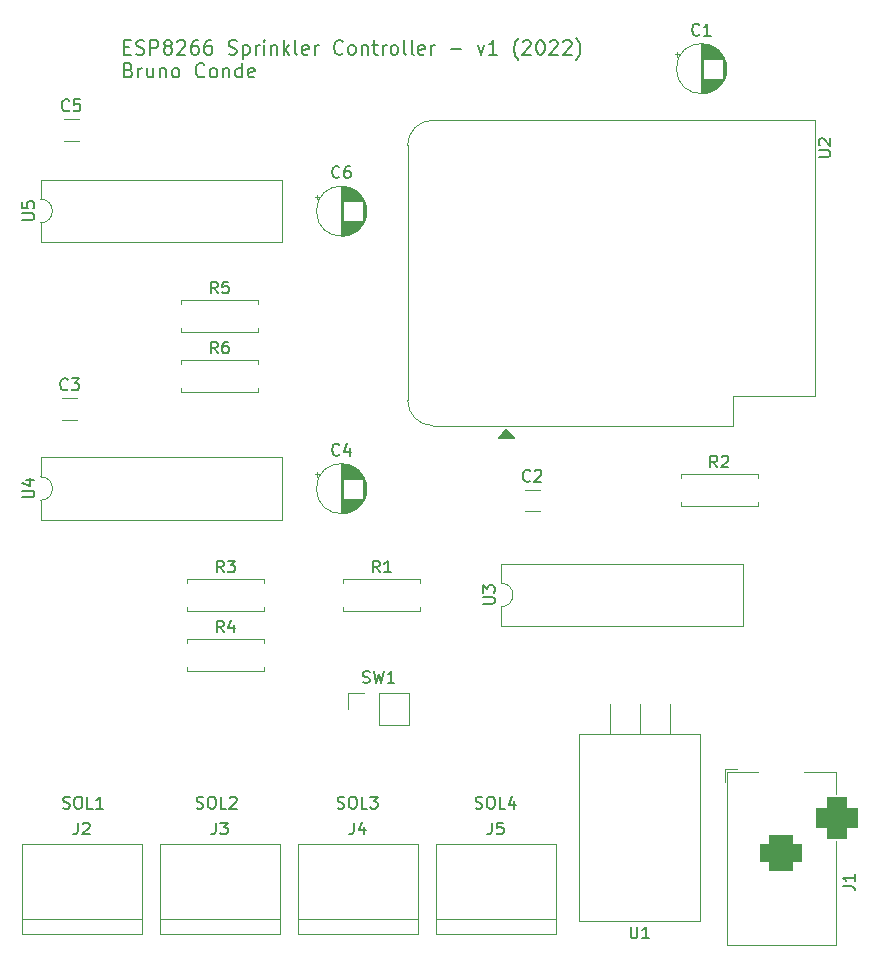
<source format=gto>
%TF.GenerationSoftware,KiCad,Pcbnew,(6.0.2-0)*%
%TF.CreationDate,2022-08-15T15:03:27+01:00*%
%TF.ProjectId,esp8266_sprinkler_controller,65737038-3236-4365-9f73-7072696e6b6c,rev?*%
%TF.SameCoordinates,Original*%
%TF.FileFunction,Legend,Top*%
%TF.FilePolarity,Positive*%
%FSLAX46Y46*%
G04 Gerber Fmt 4.6, Leading zero omitted, Abs format (unit mm)*
G04 Created by KiCad (PCBNEW (6.0.2-0)) date 2022-08-15 15:03:27*
%MOMM*%
%LPD*%
G01*
G04 APERTURE LIST*
G04 Aperture macros list*
%AMRoundRect*
0 Rectangle with rounded corners*
0 $1 Rounding radius*
0 $2 $3 $4 $5 $6 $7 $8 $9 X,Y pos of 4 corners*
0 Add a 4 corners polygon primitive as box body*
4,1,4,$2,$3,$4,$5,$6,$7,$8,$9,$2,$3,0*
0 Add four circle primitives for the rounded corners*
1,1,$1+$1,$2,$3*
1,1,$1+$1,$4,$5*
1,1,$1+$1,$6,$7*
1,1,$1+$1,$8,$9*
0 Add four rect primitives between the rounded corners*
20,1,$1+$1,$2,$3,$4,$5,0*
20,1,$1+$1,$4,$5,$6,$7,0*
20,1,$1+$1,$6,$7,$8,$9,0*
20,1,$1+$1,$8,$9,$2,$3,0*%
G04 Aperture macros list end*
%ADD10C,0.200000*%
%ADD11C,0.150000*%
%ADD12C,0.120000*%
%ADD13C,3.500000*%
%ADD14C,1.600000*%
%ADD15O,1.600000X1.600000*%
%ADD16R,1.600000X1.600000*%
%ADD17R,3.000000X3.000000*%
%ADD18C,3.000000*%
%ADD19R,1.200000X1.200000*%
%ADD20C,1.200000*%
%ADD21R,2.000000X2.000000*%
%ADD22O,1.600000X2.000000*%
%ADD23O,3.500000X3.500000*%
%ADD24R,1.905000X2.000000*%
%ADD25O,1.905000X2.000000*%
%ADD26R,3.500000X3.500000*%
%ADD27RoundRect,0.750000X1.000000X-0.750000X1.000000X0.750000X-1.000000X0.750000X-1.000000X-0.750000X0*%
%ADD28RoundRect,0.875000X0.875000X-0.875000X0.875000X0.875000X-0.875000X0.875000X-0.875000X-0.875000X0*%
%ADD29R,1.700000X1.700000*%
%ADD30O,1.700000X1.700000*%
G04 APERTURE END LIST*
D10*
X73694714Y-44541285D02*
X74094714Y-44541285D01*
X74266142Y-45169857D02*
X73694714Y-45169857D01*
X73694714Y-43969857D01*
X74266142Y-43969857D01*
X74723285Y-45112714D02*
X74894714Y-45169857D01*
X75180428Y-45169857D01*
X75294714Y-45112714D01*
X75351857Y-45055571D01*
X75409000Y-44941285D01*
X75409000Y-44827000D01*
X75351857Y-44712714D01*
X75294714Y-44655571D01*
X75180428Y-44598428D01*
X74951857Y-44541285D01*
X74837571Y-44484142D01*
X74780428Y-44427000D01*
X74723285Y-44312714D01*
X74723285Y-44198428D01*
X74780428Y-44084142D01*
X74837571Y-44027000D01*
X74951857Y-43969857D01*
X75237571Y-43969857D01*
X75409000Y-44027000D01*
X75923285Y-45169857D02*
X75923285Y-43969857D01*
X76380428Y-43969857D01*
X76494714Y-44027000D01*
X76551857Y-44084142D01*
X76609000Y-44198428D01*
X76609000Y-44369857D01*
X76551857Y-44484142D01*
X76494714Y-44541285D01*
X76380428Y-44598428D01*
X75923285Y-44598428D01*
X77294714Y-44484142D02*
X77180428Y-44427000D01*
X77123285Y-44369857D01*
X77066142Y-44255571D01*
X77066142Y-44198428D01*
X77123285Y-44084142D01*
X77180428Y-44027000D01*
X77294714Y-43969857D01*
X77523285Y-43969857D01*
X77637571Y-44027000D01*
X77694714Y-44084142D01*
X77751857Y-44198428D01*
X77751857Y-44255571D01*
X77694714Y-44369857D01*
X77637571Y-44427000D01*
X77523285Y-44484142D01*
X77294714Y-44484142D01*
X77180428Y-44541285D01*
X77123285Y-44598428D01*
X77066142Y-44712714D01*
X77066142Y-44941285D01*
X77123285Y-45055571D01*
X77180428Y-45112714D01*
X77294714Y-45169857D01*
X77523285Y-45169857D01*
X77637571Y-45112714D01*
X77694714Y-45055571D01*
X77751857Y-44941285D01*
X77751857Y-44712714D01*
X77694714Y-44598428D01*
X77637571Y-44541285D01*
X77523285Y-44484142D01*
X78209000Y-44084142D02*
X78266142Y-44027000D01*
X78380428Y-43969857D01*
X78666142Y-43969857D01*
X78780428Y-44027000D01*
X78837571Y-44084142D01*
X78894714Y-44198428D01*
X78894714Y-44312714D01*
X78837571Y-44484142D01*
X78151857Y-45169857D01*
X78894714Y-45169857D01*
X79923285Y-43969857D02*
X79694714Y-43969857D01*
X79580428Y-44027000D01*
X79523285Y-44084142D01*
X79409000Y-44255571D01*
X79351857Y-44484142D01*
X79351857Y-44941285D01*
X79409000Y-45055571D01*
X79466142Y-45112714D01*
X79580428Y-45169857D01*
X79809000Y-45169857D01*
X79923285Y-45112714D01*
X79980428Y-45055571D01*
X80037571Y-44941285D01*
X80037571Y-44655571D01*
X79980428Y-44541285D01*
X79923285Y-44484142D01*
X79809000Y-44427000D01*
X79580428Y-44427000D01*
X79466142Y-44484142D01*
X79409000Y-44541285D01*
X79351857Y-44655571D01*
X81066142Y-43969857D02*
X80837571Y-43969857D01*
X80723285Y-44027000D01*
X80666142Y-44084142D01*
X80551857Y-44255571D01*
X80494714Y-44484142D01*
X80494714Y-44941285D01*
X80551857Y-45055571D01*
X80609000Y-45112714D01*
X80723285Y-45169857D01*
X80951857Y-45169857D01*
X81066142Y-45112714D01*
X81123285Y-45055571D01*
X81180428Y-44941285D01*
X81180428Y-44655571D01*
X81123285Y-44541285D01*
X81066142Y-44484142D01*
X80951857Y-44427000D01*
X80723285Y-44427000D01*
X80609000Y-44484142D01*
X80551857Y-44541285D01*
X80494714Y-44655571D01*
X82551857Y-45112714D02*
X82723285Y-45169857D01*
X83009000Y-45169857D01*
X83123285Y-45112714D01*
X83180428Y-45055571D01*
X83237571Y-44941285D01*
X83237571Y-44827000D01*
X83180428Y-44712714D01*
X83123285Y-44655571D01*
X83009000Y-44598428D01*
X82780428Y-44541285D01*
X82666142Y-44484142D01*
X82609000Y-44427000D01*
X82551857Y-44312714D01*
X82551857Y-44198428D01*
X82609000Y-44084142D01*
X82666142Y-44027000D01*
X82780428Y-43969857D01*
X83066142Y-43969857D01*
X83237571Y-44027000D01*
X83751857Y-44369857D02*
X83751857Y-45569857D01*
X83751857Y-44427000D02*
X83866142Y-44369857D01*
X84094714Y-44369857D01*
X84209000Y-44427000D01*
X84266142Y-44484142D01*
X84323285Y-44598428D01*
X84323285Y-44941285D01*
X84266142Y-45055571D01*
X84209000Y-45112714D01*
X84094714Y-45169857D01*
X83866142Y-45169857D01*
X83751857Y-45112714D01*
X84837571Y-45169857D02*
X84837571Y-44369857D01*
X84837571Y-44598428D02*
X84894714Y-44484142D01*
X84951857Y-44427000D01*
X85066142Y-44369857D01*
X85180428Y-44369857D01*
X85580428Y-45169857D02*
X85580428Y-44369857D01*
X85580428Y-43969857D02*
X85523285Y-44027000D01*
X85580428Y-44084142D01*
X85637571Y-44027000D01*
X85580428Y-43969857D01*
X85580428Y-44084142D01*
X86151857Y-44369857D02*
X86151857Y-45169857D01*
X86151857Y-44484142D02*
X86209000Y-44427000D01*
X86323285Y-44369857D01*
X86494714Y-44369857D01*
X86609000Y-44427000D01*
X86666142Y-44541285D01*
X86666142Y-45169857D01*
X87237571Y-45169857D02*
X87237571Y-43969857D01*
X87351857Y-44712714D02*
X87694714Y-45169857D01*
X87694714Y-44369857D02*
X87237571Y-44827000D01*
X88380428Y-45169857D02*
X88266142Y-45112714D01*
X88209000Y-44998428D01*
X88209000Y-43969857D01*
X89294714Y-45112714D02*
X89180428Y-45169857D01*
X88951857Y-45169857D01*
X88837571Y-45112714D01*
X88780428Y-44998428D01*
X88780428Y-44541285D01*
X88837571Y-44427000D01*
X88951857Y-44369857D01*
X89180428Y-44369857D01*
X89294714Y-44427000D01*
X89351857Y-44541285D01*
X89351857Y-44655571D01*
X88780428Y-44769857D01*
X89866142Y-45169857D02*
X89866142Y-44369857D01*
X89866142Y-44598428D02*
X89923285Y-44484142D01*
X89980428Y-44427000D01*
X90094714Y-44369857D01*
X90209000Y-44369857D01*
X92209000Y-45055571D02*
X92151857Y-45112714D01*
X91980428Y-45169857D01*
X91866142Y-45169857D01*
X91694714Y-45112714D01*
X91580428Y-44998428D01*
X91523285Y-44884142D01*
X91466142Y-44655571D01*
X91466142Y-44484142D01*
X91523285Y-44255571D01*
X91580428Y-44141285D01*
X91694714Y-44027000D01*
X91866142Y-43969857D01*
X91980428Y-43969857D01*
X92151857Y-44027000D01*
X92209000Y-44084142D01*
X92894714Y-45169857D02*
X92780428Y-45112714D01*
X92723285Y-45055571D01*
X92666142Y-44941285D01*
X92666142Y-44598428D01*
X92723285Y-44484142D01*
X92780428Y-44427000D01*
X92894714Y-44369857D01*
X93066142Y-44369857D01*
X93180428Y-44427000D01*
X93237571Y-44484142D01*
X93294714Y-44598428D01*
X93294714Y-44941285D01*
X93237571Y-45055571D01*
X93180428Y-45112714D01*
X93066142Y-45169857D01*
X92894714Y-45169857D01*
X93809000Y-44369857D02*
X93809000Y-45169857D01*
X93809000Y-44484142D02*
X93866142Y-44427000D01*
X93980428Y-44369857D01*
X94151857Y-44369857D01*
X94266142Y-44427000D01*
X94323285Y-44541285D01*
X94323285Y-45169857D01*
X94723285Y-44369857D02*
X95180428Y-44369857D01*
X94894714Y-43969857D02*
X94894714Y-44998428D01*
X94951857Y-45112714D01*
X95066142Y-45169857D01*
X95180428Y-45169857D01*
X95580428Y-45169857D02*
X95580428Y-44369857D01*
X95580428Y-44598428D02*
X95637571Y-44484142D01*
X95694714Y-44427000D01*
X95809000Y-44369857D01*
X95923285Y-44369857D01*
X96494714Y-45169857D02*
X96380428Y-45112714D01*
X96323285Y-45055571D01*
X96266142Y-44941285D01*
X96266142Y-44598428D01*
X96323285Y-44484142D01*
X96380428Y-44427000D01*
X96494714Y-44369857D01*
X96666142Y-44369857D01*
X96780428Y-44427000D01*
X96837571Y-44484142D01*
X96894714Y-44598428D01*
X96894714Y-44941285D01*
X96837571Y-45055571D01*
X96780428Y-45112714D01*
X96666142Y-45169857D01*
X96494714Y-45169857D01*
X97580428Y-45169857D02*
X97466142Y-45112714D01*
X97409000Y-44998428D01*
X97409000Y-43969857D01*
X98209000Y-45169857D02*
X98094714Y-45112714D01*
X98037571Y-44998428D01*
X98037571Y-43969857D01*
X99123285Y-45112714D02*
X99009000Y-45169857D01*
X98780428Y-45169857D01*
X98666142Y-45112714D01*
X98609000Y-44998428D01*
X98609000Y-44541285D01*
X98666142Y-44427000D01*
X98780428Y-44369857D01*
X99009000Y-44369857D01*
X99123285Y-44427000D01*
X99180428Y-44541285D01*
X99180428Y-44655571D01*
X98609000Y-44769857D01*
X99694714Y-45169857D02*
X99694714Y-44369857D01*
X99694714Y-44598428D02*
X99751857Y-44484142D01*
X99809000Y-44427000D01*
X99923285Y-44369857D01*
X100037571Y-44369857D01*
X101351857Y-44712714D02*
X102266142Y-44712714D01*
X103637571Y-44369857D02*
X103923285Y-45169857D01*
X104209000Y-44369857D01*
X105294714Y-45169857D02*
X104609000Y-45169857D01*
X104951857Y-45169857D02*
X104951857Y-43969857D01*
X104837571Y-44141285D01*
X104723285Y-44255571D01*
X104609000Y-44312714D01*
X107066142Y-45627000D02*
X107009000Y-45569857D01*
X106894714Y-45398428D01*
X106837571Y-45284142D01*
X106780428Y-45112714D01*
X106723285Y-44827000D01*
X106723285Y-44598428D01*
X106780428Y-44312714D01*
X106837571Y-44141285D01*
X106894714Y-44027000D01*
X107009000Y-43855571D01*
X107066142Y-43798428D01*
X107466142Y-44084142D02*
X107523285Y-44027000D01*
X107637571Y-43969857D01*
X107923285Y-43969857D01*
X108037571Y-44027000D01*
X108094714Y-44084142D01*
X108151857Y-44198428D01*
X108151857Y-44312714D01*
X108094714Y-44484142D01*
X107409000Y-45169857D01*
X108151857Y-45169857D01*
X108894714Y-43969857D02*
X109009000Y-43969857D01*
X109123285Y-44027000D01*
X109180428Y-44084142D01*
X109237571Y-44198428D01*
X109294714Y-44427000D01*
X109294714Y-44712714D01*
X109237571Y-44941285D01*
X109180428Y-45055571D01*
X109123285Y-45112714D01*
X109009000Y-45169857D01*
X108894714Y-45169857D01*
X108780428Y-45112714D01*
X108723285Y-45055571D01*
X108666142Y-44941285D01*
X108609000Y-44712714D01*
X108609000Y-44427000D01*
X108666142Y-44198428D01*
X108723285Y-44084142D01*
X108780428Y-44027000D01*
X108894714Y-43969857D01*
X109751857Y-44084142D02*
X109809000Y-44027000D01*
X109923285Y-43969857D01*
X110209000Y-43969857D01*
X110323285Y-44027000D01*
X110380428Y-44084142D01*
X110437571Y-44198428D01*
X110437571Y-44312714D01*
X110380428Y-44484142D01*
X109694714Y-45169857D01*
X110437571Y-45169857D01*
X110894714Y-44084142D02*
X110951857Y-44027000D01*
X111066142Y-43969857D01*
X111351857Y-43969857D01*
X111466142Y-44027000D01*
X111523285Y-44084142D01*
X111580428Y-44198428D01*
X111580428Y-44312714D01*
X111523285Y-44484142D01*
X110837571Y-45169857D01*
X111580428Y-45169857D01*
X111980428Y-45627000D02*
X112037571Y-45569857D01*
X112151857Y-45398428D01*
X112209000Y-45284142D01*
X112266142Y-45112714D01*
X112323285Y-44827000D01*
X112323285Y-44598428D01*
X112266142Y-44312714D01*
X112209000Y-44141285D01*
X112151857Y-44027000D01*
X112037571Y-43855571D01*
X111980428Y-43798428D01*
X74094714Y-46473285D02*
X74266142Y-46530428D01*
X74323285Y-46587571D01*
X74380428Y-46701857D01*
X74380428Y-46873285D01*
X74323285Y-46987571D01*
X74266142Y-47044714D01*
X74151857Y-47101857D01*
X73694714Y-47101857D01*
X73694714Y-45901857D01*
X74094714Y-45901857D01*
X74209000Y-45959000D01*
X74266142Y-46016142D01*
X74323285Y-46130428D01*
X74323285Y-46244714D01*
X74266142Y-46359000D01*
X74209000Y-46416142D01*
X74094714Y-46473285D01*
X73694714Y-46473285D01*
X74894714Y-47101857D02*
X74894714Y-46301857D01*
X74894714Y-46530428D02*
X74951857Y-46416142D01*
X75009000Y-46359000D01*
X75123285Y-46301857D01*
X75237571Y-46301857D01*
X76151857Y-46301857D02*
X76151857Y-47101857D01*
X75637571Y-46301857D02*
X75637571Y-46930428D01*
X75694714Y-47044714D01*
X75809000Y-47101857D01*
X75980428Y-47101857D01*
X76094714Y-47044714D01*
X76151857Y-46987571D01*
X76723285Y-46301857D02*
X76723285Y-47101857D01*
X76723285Y-46416142D02*
X76780428Y-46359000D01*
X76894714Y-46301857D01*
X77066142Y-46301857D01*
X77180428Y-46359000D01*
X77237571Y-46473285D01*
X77237571Y-47101857D01*
X77980428Y-47101857D02*
X77866142Y-47044714D01*
X77809000Y-46987571D01*
X77751857Y-46873285D01*
X77751857Y-46530428D01*
X77809000Y-46416142D01*
X77866142Y-46359000D01*
X77980428Y-46301857D01*
X78151857Y-46301857D01*
X78266142Y-46359000D01*
X78323285Y-46416142D01*
X78380428Y-46530428D01*
X78380428Y-46873285D01*
X78323285Y-46987571D01*
X78266142Y-47044714D01*
X78151857Y-47101857D01*
X77980428Y-47101857D01*
X80494714Y-46987571D02*
X80437571Y-47044714D01*
X80266142Y-47101857D01*
X80151857Y-47101857D01*
X79980428Y-47044714D01*
X79866142Y-46930428D01*
X79809000Y-46816142D01*
X79751857Y-46587571D01*
X79751857Y-46416142D01*
X79809000Y-46187571D01*
X79866142Y-46073285D01*
X79980428Y-45959000D01*
X80151857Y-45901857D01*
X80266142Y-45901857D01*
X80437571Y-45959000D01*
X80494714Y-46016142D01*
X81180428Y-47101857D02*
X81066142Y-47044714D01*
X81009000Y-46987571D01*
X80951857Y-46873285D01*
X80951857Y-46530428D01*
X81009000Y-46416142D01*
X81066142Y-46359000D01*
X81180428Y-46301857D01*
X81351857Y-46301857D01*
X81466142Y-46359000D01*
X81523285Y-46416142D01*
X81580428Y-46530428D01*
X81580428Y-46873285D01*
X81523285Y-46987571D01*
X81466142Y-47044714D01*
X81351857Y-47101857D01*
X81180428Y-47101857D01*
X82094714Y-46301857D02*
X82094714Y-47101857D01*
X82094714Y-46416142D02*
X82151857Y-46359000D01*
X82266142Y-46301857D01*
X82437571Y-46301857D01*
X82551857Y-46359000D01*
X82609000Y-46473285D01*
X82609000Y-47101857D01*
X83694714Y-47101857D02*
X83694714Y-45901857D01*
X83694714Y-47044714D02*
X83580428Y-47101857D01*
X83351857Y-47101857D01*
X83237571Y-47044714D01*
X83180428Y-46987571D01*
X83123285Y-46873285D01*
X83123285Y-46530428D01*
X83180428Y-46416142D01*
X83237571Y-46359000D01*
X83351857Y-46301857D01*
X83580428Y-46301857D01*
X83694714Y-46359000D01*
X84723285Y-47044714D02*
X84609000Y-47101857D01*
X84380428Y-47101857D01*
X84266142Y-47044714D01*
X84209000Y-46930428D01*
X84209000Y-46473285D01*
X84266142Y-46359000D01*
X84380428Y-46301857D01*
X84609000Y-46301857D01*
X84723285Y-46359000D01*
X84780428Y-46473285D01*
X84780428Y-46587571D01*
X84209000Y-46701857D01*
D11*
X91781523Y-108962761D02*
X91924380Y-109010380D01*
X92162476Y-109010380D01*
X92257714Y-108962761D01*
X92305333Y-108915142D01*
X92352952Y-108819904D01*
X92352952Y-108724666D01*
X92305333Y-108629428D01*
X92257714Y-108581809D01*
X92162476Y-108534190D01*
X91972000Y-108486571D01*
X91876761Y-108438952D01*
X91829142Y-108391333D01*
X91781523Y-108296095D01*
X91781523Y-108200857D01*
X91829142Y-108105619D01*
X91876761Y-108058000D01*
X91972000Y-108010380D01*
X92210095Y-108010380D01*
X92352952Y-108058000D01*
X92972000Y-108010380D02*
X93162476Y-108010380D01*
X93257714Y-108058000D01*
X93352952Y-108153238D01*
X93400571Y-108343714D01*
X93400571Y-108677047D01*
X93352952Y-108867523D01*
X93257714Y-108962761D01*
X93162476Y-109010380D01*
X92972000Y-109010380D01*
X92876761Y-108962761D01*
X92781523Y-108867523D01*
X92733904Y-108677047D01*
X92733904Y-108343714D01*
X92781523Y-108153238D01*
X92876761Y-108058000D01*
X92972000Y-108010380D01*
X94305333Y-109010380D02*
X93829142Y-109010380D01*
X93829142Y-108010380D01*
X94543428Y-108010380D02*
X95162476Y-108010380D01*
X94829142Y-108391333D01*
X94972000Y-108391333D01*
X95067238Y-108438952D01*
X95114857Y-108486571D01*
X95162476Y-108581809D01*
X95162476Y-108819904D01*
X95114857Y-108915142D01*
X95067238Y-108962761D01*
X94972000Y-109010380D01*
X94686285Y-109010380D01*
X94591047Y-108962761D01*
X94543428Y-108915142D01*
X79843523Y-108962761D02*
X79986380Y-109010380D01*
X80224476Y-109010380D01*
X80319714Y-108962761D01*
X80367333Y-108915142D01*
X80414952Y-108819904D01*
X80414952Y-108724666D01*
X80367333Y-108629428D01*
X80319714Y-108581809D01*
X80224476Y-108534190D01*
X80034000Y-108486571D01*
X79938761Y-108438952D01*
X79891142Y-108391333D01*
X79843523Y-108296095D01*
X79843523Y-108200857D01*
X79891142Y-108105619D01*
X79938761Y-108058000D01*
X80034000Y-108010380D01*
X80272095Y-108010380D01*
X80414952Y-108058000D01*
X81034000Y-108010380D02*
X81224476Y-108010380D01*
X81319714Y-108058000D01*
X81414952Y-108153238D01*
X81462571Y-108343714D01*
X81462571Y-108677047D01*
X81414952Y-108867523D01*
X81319714Y-108962761D01*
X81224476Y-109010380D01*
X81034000Y-109010380D01*
X80938761Y-108962761D01*
X80843523Y-108867523D01*
X80795904Y-108677047D01*
X80795904Y-108343714D01*
X80843523Y-108153238D01*
X80938761Y-108058000D01*
X81034000Y-108010380D01*
X82367333Y-109010380D02*
X81891142Y-109010380D01*
X81891142Y-108010380D01*
X82653047Y-108105619D02*
X82700666Y-108058000D01*
X82795904Y-108010380D01*
X83034000Y-108010380D01*
X83129238Y-108058000D01*
X83176857Y-108105619D01*
X83224476Y-108200857D01*
X83224476Y-108296095D01*
X83176857Y-108438952D01*
X82605428Y-109010380D01*
X83224476Y-109010380D01*
X103465523Y-108962761D02*
X103608380Y-109010380D01*
X103846476Y-109010380D01*
X103941714Y-108962761D01*
X103989333Y-108915142D01*
X104036952Y-108819904D01*
X104036952Y-108724666D01*
X103989333Y-108629428D01*
X103941714Y-108581809D01*
X103846476Y-108534190D01*
X103656000Y-108486571D01*
X103560761Y-108438952D01*
X103513142Y-108391333D01*
X103465523Y-108296095D01*
X103465523Y-108200857D01*
X103513142Y-108105619D01*
X103560761Y-108058000D01*
X103656000Y-108010380D01*
X103894095Y-108010380D01*
X104036952Y-108058000D01*
X104656000Y-108010380D02*
X104846476Y-108010380D01*
X104941714Y-108058000D01*
X105036952Y-108153238D01*
X105084571Y-108343714D01*
X105084571Y-108677047D01*
X105036952Y-108867523D01*
X104941714Y-108962761D01*
X104846476Y-109010380D01*
X104656000Y-109010380D01*
X104560761Y-108962761D01*
X104465523Y-108867523D01*
X104417904Y-108677047D01*
X104417904Y-108343714D01*
X104465523Y-108153238D01*
X104560761Y-108058000D01*
X104656000Y-108010380D01*
X105989333Y-109010380D02*
X105513142Y-109010380D01*
X105513142Y-108010380D01*
X106751238Y-108343714D02*
X106751238Y-109010380D01*
X106513142Y-107962761D02*
X106275047Y-108677047D01*
X106894095Y-108677047D01*
X68540523Y-108962761D02*
X68683380Y-109010380D01*
X68921476Y-109010380D01*
X69016714Y-108962761D01*
X69064333Y-108915142D01*
X69111952Y-108819904D01*
X69111952Y-108724666D01*
X69064333Y-108629428D01*
X69016714Y-108581809D01*
X68921476Y-108534190D01*
X68731000Y-108486571D01*
X68635761Y-108438952D01*
X68588142Y-108391333D01*
X68540523Y-108296095D01*
X68540523Y-108200857D01*
X68588142Y-108105619D01*
X68635761Y-108058000D01*
X68731000Y-108010380D01*
X68969095Y-108010380D01*
X69111952Y-108058000D01*
X69731000Y-108010380D02*
X69921476Y-108010380D01*
X70016714Y-108058000D01*
X70111952Y-108153238D01*
X70159571Y-108343714D01*
X70159571Y-108677047D01*
X70111952Y-108867523D01*
X70016714Y-108962761D01*
X69921476Y-109010380D01*
X69731000Y-109010380D01*
X69635761Y-108962761D01*
X69540523Y-108867523D01*
X69492904Y-108677047D01*
X69492904Y-108343714D01*
X69540523Y-108153238D01*
X69635761Y-108058000D01*
X69731000Y-108010380D01*
X71064333Y-109010380D02*
X70588142Y-109010380D01*
X70588142Y-108010380D01*
X71921476Y-109010380D02*
X71350047Y-109010380D01*
X71635761Y-109010380D02*
X71635761Y-108010380D01*
X71540523Y-108153238D01*
X71445285Y-108248476D01*
X71350047Y-108296095D01*
%TO.C,R3*%
X82129333Y-89014380D02*
X81796000Y-88538190D01*
X81557904Y-89014380D02*
X81557904Y-88014380D01*
X81938857Y-88014380D01*
X82034095Y-88062000D01*
X82081714Y-88109619D01*
X82129333Y-88204857D01*
X82129333Y-88347714D01*
X82081714Y-88442952D01*
X82034095Y-88490571D01*
X81938857Y-88538190D01*
X81557904Y-88538190D01*
X82462666Y-88014380D02*
X83081714Y-88014380D01*
X82748380Y-88395333D01*
X82891238Y-88395333D01*
X82986476Y-88442952D01*
X83034095Y-88490571D01*
X83081714Y-88585809D01*
X83081714Y-88823904D01*
X83034095Y-88919142D01*
X82986476Y-88966761D01*
X82891238Y-89014380D01*
X82605523Y-89014380D01*
X82510285Y-88966761D01*
X82462666Y-88919142D01*
%TO.C,U4*%
X65082380Y-82666904D02*
X65891904Y-82666904D01*
X65987142Y-82619285D01*
X66034761Y-82571666D01*
X66082380Y-82476428D01*
X66082380Y-82285952D01*
X66034761Y-82190714D01*
X65987142Y-82143095D01*
X65891904Y-82095476D01*
X65082380Y-82095476D01*
X65415714Y-81190714D02*
X66082380Y-81190714D01*
X65034761Y-81428809D02*
X65749047Y-81666904D01*
X65749047Y-81047857D01*
%TO.C,J2*%
X69770666Y-110196380D02*
X69770666Y-110910666D01*
X69723047Y-111053523D01*
X69627809Y-111148761D01*
X69484952Y-111196380D01*
X69389714Y-111196380D01*
X70199238Y-110291619D02*
X70246857Y-110244000D01*
X70342095Y-110196380D01*
X70580190Y-110196380D01*
X70675428Y-110244000D01*
X70723047Y-110291619D01*
X70770666Y-110386857D01*
X70770666Y-110482095D01*
X70723047Y-110624952D01*
X70151619Y-111196380D01*
X70770666Y-111196380D01*
%TO.C,U5*%
X65082380Y-59171904D02*
X65891904Y-59171904D01*
X65987142Y-59124285D01*
X66034761Y-59076666D01*
X66082380Y-58981428D01*
X66082380Y-58790952D01*
X66034761Y-58695714D01*
X65987142Y-58648095D01*
X65891904Y-58600476D01*
X65082380Y-58600476D01*
X65082380Y-57648095D02*
X65082380Y-58124285D01*
X65558571Y-58171904D01*
X65510952Y-58124285D01*
X65463333Y-58029047D01*
X65463333Y-57790952D01*
X65510952Y-57695714D01*
X65558571Y-57648095D01*
X65653809Y-57600476D01*
X65891904Y-57600476D01*
X65987142Y-57648095D01*
X66034761Y-57695714D01*
X66082380Y-57790952D01*
X66082380Y-58029047D01*
X66034761Y-58124285D01*
X65987142Y-58171904D01*
%TO.C,C4*%
X91935733Y-79022142D02*
X91888114Y-79069761D01*
X91745257Y-79117380D01*
X91650019Y-79117380D01*
X91507161Y-79069761D01*
X91411923Y-78974523D01*
X91364304Y-78879285D01*
X91316685Y-78688809D01*
X91316685Y-78545952D01*
X91364304Y-78355476D01*
X91411923Y-78260238D01*
X91507161Y-78165000D01*
X91650019Y-78117380D01*
X91745257Y-78117380D01*
X91888114Y-78165000D01*
X91935733Y-78212619D01*
X92792876Y-78450714D02*
X92792876Y-79117380D01*
X92554780Y-78069761D02*
X92316685Y-78784047D01*
X92935733Y-78784047D01*
%TO.C,R1*%
X95337333Y-89014380D02*
X95004000Y-88538190D01*
X94765904Y-89014380D02*
X94765904Y-88014380D01*
X95146857Y-88014380D01*
X95242095Y-88062000D01*
X95289714Y-88109619D01*
X95337333Y-88204857D01*
X95337333Y-88347714D01*
X95289714Y-88442952D01*
X95242095Y-88490571D01*
X95146857Y-88538190D01*
X94765904Y-88538190D01*
X96289714Y-89014380D02*
X95718285Y-89014380D01*
X96004000Y-89014380D02*
X96004000Y-88014380D01*
X95908761Y-88157238D01*
X95813523Y-88252476D01*
X95718285Y-88300095D01*
%TO.C,U2*%
X132497380Y-53841904D02*
X133306904Y-53841904D01*
X133402142Y-53794285D01*
X133449761Y-53746666D01*
X133497380Y-53651428D01*
X133497380Y-53460952D01*
X133449761Y-53365714D01*
X133402142Y-53318095D01*
X133306904Y-53270476D01*
X132497380Y-53270476D01*
X132592619Y-52841904D02*
X132545000Y-52794285D01*
X132497380Y-52699047D01*
X132497380Y-52460952D01*
X132545000Y-52365714D01*
X132592619Y-52318095D01*
X132687857Y-52270476D01*
X132783095Y-52270476D01*
X132925952Y-52318095D01*
X133497380Y-52889523D01*
X133497380Y-52270476D01*
%TO.C,R4*%
X82129333Y-94094380D02*
X81796000Y-93618190D01*
X81557904Y-94094380D02*
X81557904Y-93094380D01*
X81938857Y-93094380D01*
X82034095Y-93142000D01*
X82081714Y-93189619D01*
X82129333Y-93284857D01*
X82129333Y-93427714D01*
X82081714Y-93522952D01*
X82034095Y-93570571D01*
X81938857Y-93618190D01*
X81557904Y-93618190D01*
X82986476Y-93427714D02*
X82986476Y-94094380D01*
X82748380Y-93046761D02*
X82510285Y-93761047D01*
X83129333Y-93761047D01*
%TO.C,R2*%
X123912333Y-80124380D02*
X123579000Y-79648190D01*
X123340904Y-80124380D02*
X123340904Y-79124380D01*
X123721857Y-79124380D01*
X123817095Y-79172000D01*
X123864714Y-79219619D01*
X123912333Y-79314857D01*
X123912333Y-79457714D01*
X123864714Y-79552952D01*
X123817095Y-79600571D01*
X123721857Y-79648190D01*
X123340904Y-79648190D01*
X124293285Y-79219619D02*
X124340904Y-79172000D01*
X124436142Y-79124380D01*
X124674238Y-79124380D01*
X124769476Y-79172000D01*
X124817095Y-79219619D01*
X124864714Y-79314857D01*
X124864714Y-79410095D01*
X124817095Y-79552952D01*
X124245666Y-80124380D01*
X124864714Y-80124380D01*
%TO.C,U3*%
X104071380Y-91683904D02*
X104880904Y-91683904D01*
X104976142Y-91636285D01*
X105023761Y-91588666D01*
X105071380Y-91493428D01*
X105071380Y-91302952D01*
X105023761Y-91207714D01*
X104976142Y-91160095D01*
X104880904Y-91112476D01*
X104071380Y-91112476D01*
X104071380Y-90731523D02*
X104071380Y-90112476D01*
X104452333Y-90445809D01*
X104452333Y-90302952D01*
X104499952Y-90207714D01*
X104547571Y-90160095D01*
X104642809Y-90112476D01*
X104880904Y-90112476D01*
X104976142Y-90160095D01*
X105023761Y-90207714D01*
X105071380Y-90302952D01*
X105071380Y-90588666D01*
X105023761Y-90683904D01*
X104976142Y-90731523D01*
%TO.C,R6*%
X81621333Y-70472380D02*
X81288000Y-69996190D01*
X81049904Y-70472380D02*
X81049904Y-69472380D01*
X81430857Y-69472380D01*
X81526095Y-69520000D01*
X81573714Y-69567619D01*
X81621333Y-69662857D01*
X81621333Y-69805714D01*
X81573714Y-69900952D01*
X81526095Y-69948571D01*
X81430857Y-69996190D01*
X81049904Y-69996190D01*
X82478476Y-69472380D02*
X82288000Y-69472380D01*
X82192761Y-69520000D01*
X82145142Y-69567619D01*
X82049904Y-69710476D01*
X82002285Y-69900952D01*
X82002285Y-70281904D01*
X82049904Y-70377142D01*
X82097523Y-70424761D01*
X82192761Y-70472380D01*
X82383238Y-70472380D01*
X82478476Y-70424761D01*
X82526095Y-70377142D01*
X82573714Y-70281904D01*
X82573714Y-70043809D01*
X82526095Y-69948571D01*
X82478476Y-69900952D01*
X82383238Y-69853333D01*
X82192761Y-69853333D01*
X82097523Y-69900952D01*
X82049904Y-69948571D01*
X82002285Y-70043809D01*
%TO.C,U1*%
X116586095Y-119006380D02*
X116586095Y-119815904D01*
X116633714Y-119911142D01*
X116681333Y-119958761D01*
X116776571Y-120006380D01*
X116967047Y-120006380D01*
X117062285Y-119958761D01*
X117109904Y-119911142D01*
X117157523Y-119815904D01*
X117157523Y-119006380D01*
X118157523Y-120006380D02*
X117586095Y-120006380D01*
X117871809Y-120006380D02*
X117871809Y-119006380D01*
X117776571Y-119149238D01*
X117681333Y-119244476D01*
X117586095Y-119292095D01*
%TO.C,J3*%
X81454666Y-110196380D02*
X81454666Y-110910666D01*
X81407047Y-111053523D01*
X81311809Y-111148761D01*
X81168952Y-111196380D01*
X81073714Y-111196380D01*
X81835619Y-110196380D02*
X82454666Y-110196380D01*
X82121333Y-110577333D01*
X82264190Y-110577333D01*
X82359428Y-110624952D01*
X82407047Y-110672571D01*
X82454666Y-110767809D01*
X82454666Y-111005904D01*
X82407047Y-111101142D01*
X82359428Y-111148761D01*
X82264190Y-111196380D01*
X81978476Y-111196380D01*
X81883238Y-111148761D01*
X81835619Y-111101142D01*
%TO.C,C2*%
X108077333Y-81238142D02*
X108029714Y-81285761D01*
X107886857Y-81333380D01*
X107791619Y-81333380D01*
X107648761Y-81285761D01*
X107553523Y-81190523D01*
X107505904Y-81095285D01*
X107458285Y-80904809D01*
X107458285Y-80761952D01*
X107505904Y-80571476D01*
X107553523Y-80476238D01*
X107648761Y-80381000D01*
X107791619Y-80333380D01*
X107886857Y-80333380D01*
X108029714Y-80381000D01*
X108077333Y-80428619D01*
X108458285Y-80428619D02*
X108505904Y-80381000D01*
X108601142Y-80333380D01*
X108839238Y-80333380D01*
X108934476Y-80381000D01*
X108982095Y-80428619D01*
X109029714Y-80523857D01*
X109029714Y-80619095D01*
X108982095Y-80761952D01*
X108410666Y-81333380D01*
X109029714Y-81333380D01*
%TO.C,J1*%
X134546880Y-115559333D02*
X135261166Y-115559333D01*
X135404023Y-115606952D01*
X135499261Y-115702190D01*
X135546880Y-115845047D01*
X135546880Y-115940285D01*
X135546880Y-114559333D02*
X135546880Y-115130761D01*
X135546880Y-114845047D02*
X134546880Y-114845047D01*
X134689738Y-114940285D01*
X134784976Y-115035523D01*
X134832595Y-115130761D01*
%TO.C,C1*%
X122415733Y-43462142D02*
X122368114Y-43509761D01*
X122225257Y-43557380D01*
X122130019Y-43557380D01*
X121987161Y-43509761D01*
X121891923Y-43414523D01*
X121844304Y-43319285D01*
X121796685Y-43128809D01*
X121796685Y-42985952D01*
X121844304Y-42795476D01*
X121891923Y-42700238D01*
X121987161Y-42605000D01*
X122130019Y-42557380D01*
X122225257Y-42557380D01*
X122368114Y-42605000D01*
X122415733Y-42652619D01*
X123368114Y-43557380D02*
X122796685Y-43557380D01*
X123082400Y-43557380D02*
X123082400Y-42557380D01*
X122987161Y-42700238D01*
X122891923Y-42795476D01*
X122796685Y-42843095D01*
%TO.C,C6*%
X91935733Y-55527142D02*
X91888114Y-55574761D01*
X91745257Y-55622380D01*
X91650019Y-55622380D01*
X91507161Y-55574761D01*
X91411923Y-55479523D01*
X91364304Y-55384285D01*
X91316685Y-55193809D01*
X91316685Y-55050952D01*
X91364304Y-54860476D01*
X91411923Y-54765238D01*
X91507161Y-54670000D01*
X91650019Y-54622380D01*
X91745257Y-54622380D01*
X91888114Y-54670000D01*
X91935733Y-54717619D01*
X92792876Y-54622380D02*
X92602400Y-54622380D01*
X92507161Y-54670000D01*
X92459542Y-54717619D01*
X92364304Y-54860476D01*
X92316685Y-55050952D01*
X92316685Y-55431904D01*
X92364304Y-55527142D01*
X92411923Y-55574761D01*
X92507161Y-55622380D01*
X92697638Y-55622380D01*
X92792876Y-55574761D01*
X92840495Y-55527142D01*
X92888114Y-55431904D01*
X92888114Y-55193809D01*
X92840495Y-55098571D01*
X92792876Y-55050952D01*
X92697638Y-55003333D01*
X92507161Y-55003333D01*
X92411923Y-55050952D01*
X92364304Y-55098571D01*
X92316685Y-55193809D01*
%TO.C,C3*%
X68921333Y-73491142D02*
X68873714Y-73538761D01*
X68730857Y-73586380D01*
X68635619Y-73586380D01*
X68492761Y-73538761D01*
X68397523Y-73443523D01*
X68349904Y-73348285D01*
X68302285Y-73157809D01*
X68302285Y-73014952D01*
X68349904Y-72824476D01*
X68397523Y-72729238D01*
X68492761Y-72634000D01*
X68635619Y-72586380D01*
X68730857Y-72586380D01*
X68873714Y-72634000D01*
X68921333Y-72681619D01*
X69254666Y-72586380D02*
X69873714Y-72586380D01*
X69540380Y-72967333D01*
X69683238Y-72967333D01*
X69778476Y-73014952D01*
X69826095Y-73062571D01*
X69873714Y-73157809D01*
X69873714Y-73395904D01*
X69826095Y-73491142D01*
X69778476Y-73538761D01*
X69683238Y-73586380D01*
X69397523Y-73586380D01*
X69302285Y-73538761D01*
X69254666Y-73491142D01*
%TO.C,C5*%
X69048333Y-49869142D02*
X69000714Y-49916761D01*
X68857857Y-49964380D01*
X68762619Y-49964380D01*
X68619761Y-49916761D01*
X68524523Y-49821523D01*
X68476904Y-49726285D01*
X68429285Y-49535809D01*
X68429285Y-49392952D01*
X68476904Y-49202476D01*
X68524523Y-49107238D01*
X68619761Y-49012000D01*
X68762619Y-48964380D01*
X68857857Y-48964380D01*
X69000714Y-49012000D01*
X69048333Y-49059619D01*
X69953095Y-48964380D02*
X69476904Y-48964380D01*
X69429285Y-49440571D01*
X69476904Y-49392952D01*
X69572142Y-49345333D01*
X69810238Y-49345333D01*
X69905476Y-49392952D01*
X69953095Y-49440571D01*
X70000714Y-49535809D01*
X70000714Y-49773904D01*
X69953095Y-49869142D01*
X69905476Y-49916761D01*
X69810238Y-49964380D01*
X69572142Y-49964380D01*
X69476904Y-49916761D01*
X69429285Y-49869142D01*
%TO.C,SW1*%
X93916666Y-98321761D02*
X94059523Y-98369380D01*
X94297619Y-98369380D01*
X94392857Y-98321761D01*
X94440476Y-98274142D01*
X94488095Y-98178904D01*
X94488095Y-98083666D01*
X94440476Y-97988428D01*
X94392857Y-97940809D01*
X94297619Y-97893190D01*
X94107142Y-97845571D01*
X94011904Y-97797952D01*
X93964285Y-97750333D01*
X93916666Y-97655095D01*
X93916666Y-97559857D01*
X93964285Y-97464619D01*
X94011904Y-97417000D01*
X94107142Y-97369380D01*
X94345238Y-97369380D01*
X94488095Y-97417000D01*
X94821428Y-97369380D02*
X95059523Y-98369380D01*
X95250000Y-97655095D01*
X95440476Y-98369380D01*
X95678571Y-97369380D01*
X96583333Y-98369380D02*
X96011904Y-98369380D01*
X96297619Y-98369380D02*
X96297619Y-97369380D01*
X96202380Y-97512238D01*
X96107142Y-97607476D01*
X96011904Y-97655095D01*
%TO.C,J4*%
X93138666Y-110196380D02*
X93138666Y-110910666D01*
X93091047Y-111053523D01*
X92995809Y-111148761D01*
X92852952Y-111196380D01*
X92757714Y-111196380D01*
X94043428Y-110529714D02*
X94043428Y-111196380D01*
X93805333Y-110148761D02*
X93567238Y-110863047D01*
X94186285Y-110863047D01*
%TO.C,R5*%
X81621333Y-65392380D02*
X81288000Y-64916190D01*
X81049904Y-65392380D02*
X81049904Y-64392380D01*
X81430857Y-64392380D01*
X81526095Y-64440000D01*
X81573714Y-64487619D01*
X81621333Y-64582857D01*
X81621333Y-64725714D01*
X81573714Y-64820952D01*
X81526095Y-64868571D01*
X81430857Y-64916190D01*
X81049904Y-64916190D01*
X82526095Y-64392380D02*
X82049904Y-64392380D01*
X82002285Y-64868571D01*
X82049904Y-64820952D01*
X82145142Y-64773333D01*
X82383238Y-64773333D01*
X82478476Y-64820952D01*
X82526095Y-64868571D01*
X82573714Y-64963809D01*
X82573714Y-65201904D01*
X82526095Y-65297142D01*
X82478476Y-65344761D01*
X82383238Y-65392380D01*
X82145142Y-65392380D01*
X82049904Y-65344761D01*
X82002285Y-65297142D01*
%TO.C,J5*%
X104822666Y-110196380D02*
X104822666Y-110910666D01*
X104775047Y-111053523D01*
X104679809Y-111148761D01*
X104536952Y-111196380D01*
X104441714Y-111196380D01*
X105775047Y-110196380D02*
X105298857Y-110196380D01*
X105251238Y-110672571D01*
X105298857Y-110624952D01*
X105394095Y-110577333D01*
X105632190Y-110577333D01*
X105727428Y-110624952D01*
X105775047Y-110672571D01*
X105822666Y-110767809D01*
X105822666Y-111005904D01*
X105775047Y-111101142D01*
X105727428Y-111148761D01*
X105632190Y-111196380D01*
X105394095Y-111196380D01*
X105298857Y-111148761D01*
X105251238Y-111101142D01*
D12*
%TO.C,R3*%
X79026000Y-89562000D02*
X85566000Y-89562000D01*
X79026000Y-89892000D02*
X79026000Y-89562000D01*
X79026000Y-92302000D02*
X85566000Y-92302000D01*
X85566000Y-92302000D02*
X85566000Y-91972000D01*
X85566000Y-89562000D02*
X85566000Y-89892000D01*
X79026000Y-91972000D02*
X79026000Y-92302000D01*
%TO.C,U4*%
X87070000Y-84555000D02*
X87070000Y-79255000D01*
X66630000Y-79255000D02*
X66630000Y-80905000D01*
X66630000Y-84555000D02*
X87070000Y-84555000D01*
X87070000Y-79255000D02*
X66630000Y-79255000D01*
X66630000Y-82905000D02*
X66630000Y-84555000D01*
X66630000Y-82905000D02*
G75*
G03*
X66630000Y-80905000I0J1000000D01*
G01*
%TO.C,J2*%
X65024000Y-119634000D02*
X75184000Y-119634000D01*
X75184000Y-119634000D02*
X75184000Y-112014000D01*
X75184000Y-118364000D02*
X65024000Y-118364000D01*
X75184000Y-112014000D02*
X65024000Y-112014000D01*
X65024000Y-112014000D02*
X65024000Y-119634000D01*
%TO.C,U5*%
X87070000Y-61060000D02*
X87070000Y-55760000D01*
X66630000Y-61060000D02*
X87070000Y-61060000D01*
X66630000Y-59410000D02*
X66630000Y-61060000D01*
X66630000Y-55760000D02*
X66630000Y-57410000D01*
X87070000Y-55760000D02*
X66630000Y-55760000D01*
X66630000Y-59410000D02*
G75*
G03*
X66630000Y-57410000I0J1000000D01*
G01*
%TO.C,C4*%
X92622400Y-82755000D02*
X92622400Y-83931000D01*
X93783400Y-82755000D02*
X93783400Y-83169000D01*
X92302400Y-82755000D02*
X92302400Y-83986000D01*
X92702400Y-79921000D02*
X92702400Y-81075000D01*
X93063400Y-82755000D02*
X93063400Y-83766000D01*
X92983400Y-82755000D02*
X92983400Y-83804000D01*
X93463400Y-82755000D02*
X93463400Y-83502000D01*
X93183400Y-80130000D02*
X93183400Y-81075000D01*
X93983400Y-80975000D02*
X93983400Y-82855000D01*
X92863400Y-82755000D02*
X92863400Y-83855000D01*
X93623400Y-80477000D02*
X93623400Y-81075000D01*
X93223400Y-80155000D02*
X93223400Y-81075000D01*
X94103400Y-81251000D02*
X94103400Y-82579000D01*
X92702400Y-82755000D02*
X92702400Y-83909000D01*
X92903400Y-82755000D02*
X92903400Y-83839000D01*
X93343400Y-80235000D02*
X93343400Y-81075000D01*
X92943400Y-82755000D02*
X92943400Y-83822000D01*
X92542400Y-79881000D02*
X92542400Y-81075000D01*
X92222400Y-79838000D02*
X92222400Y-83992000D01*
X94143400Y-81378000D02*
X94143400Y-82452000D01*
X92342400Y-79848000D02*
X92342400Y-81075000D01*
X93503400Y-80363000D02*
X93503400Y-81075000D01*
X89832599Y-80720000D02*
X90232599Y-80720000D01*
X92302400Y-79844000D02*
X92302400Y-81075000D01*
X93623400Y-82755000D02*
X93623400Y-83353000D01*
X92102400Y-79835000D02*
X92102400Y-83995000D01*
X92582400Y-79890000D02*
X92582400Y-81075000D01*
X93783400Y-80661000D02*
X93783400Y-81075000D01*
X93863400Y-82755000D02*
X93863400Y-83057000D01*
X92823400Y-82755000D02*
X92823400Y-83869000D01*
X93183400Y-82755000D02*
X93183400Y-83700000D01*
X92983400Y-80026000D02*
X92983400Y-81075000D01*
X92502400Y-82755000D02*
X92502400Y-83957000D01*
X93103400Y-82755000D02*
X93103400Y-83745000D01*
X93903400Y-80835000D02*
X93903400Y-81075000D01*
X90032599Y-80520000D02*
X90032599Y-80920000D01*
X93343400Y-82755000D02*
X93343400Y-83595000D01*
X92422400Y-79859000D02*
X92422400Y-81075000D01*
X93023400Y-82755000D02*
X93023400Y-83785000D01*
X92142400Y-79835000D02*
X92142400Y-83995000D01*
X93023400Y-80045000D02*
X93023400Y-81075000D01*
X93863400Y-80773000D02*
X93863400Y-81075000D01*
X93143400Y-82755000D02*
X93143400Y-83723000D01*
X92342400Y-82755000D02*
X92342400Y-83982000D01*
X92742400Y-82755000D02*
X92742400Y-83897000D01*
X93583400Y-82755000D02*
X93583400Y-83393000D01*
X93143400Y-80107000D02*
X93143400Y-81075000D01*
X92582400Y-82755000D02*
X92582400Y-83940000D01*
X93263400Y-82755000D02*
X93263400Y-83650000D01*
X93103400Y-80085000D02*
X93103400Y-81075000D01*
X93823400Y-82755000D02*
X93823400Y-83115000D01*
X94023400Y-81056000D02*
X94023400Y-82774000D01*
X93663400Y-80519000D02*
X93663400Y-81075000D01*
X92903400Y-79991000D02*
X92903400Y-81075000D01*
X93743400Y-82755000D02*
X93743400Y-83219000D01*
X93303400Y-80207000D02*
X93303400Y-81075000D01*
X92422400Y-82755000D02*
X92422400Y-83971000D01*
X92462400Y-79865000D02*
X92462400Y-81075000D01*
X93463400Y-80328000D02*
X93463400Y-81075000D01*
X93543400Y-82755000D02*
X93543400Y-83431000D01*
X93743400Y-80611000D02*
X93743400Y-81075000D01*
X92662400Y-79910000D02*
X92662400Y-81075000D01*
X94183400Y-81545000D02*
X94183400Y-82285000D01*
X93703400Y-80564000D02*
X93703400Y-81075000D01*
X93703400Y-82755000D02*
X93703400Y-83266000D01*
X94063400Y-81147000D02*
X94063400Y-82683000D01*
X92782400Y-79947000D02*
X92782400Y-81075000D01*
X93063400Y-80064000D02*
X93063400Y-81075000D01*
X93943400Y-80902000D02*
X93943400Y-82928000D01*
X92823400Y-79961000D02*
X92823400Y-81075000D01*
X92262400Y-79841000D02*
X92262400Y-83989000D01*
X92943400Y-80008000D02*
X92943400Y-81075000D01*
X93383400Y-80265000D02*
X93383400Y-81075000D01*
X93223400Y-82755000D02*
X93223400Y-83675000D01*
X92662400Y-82755000D02*
X92662400Y-83920000D01*
X93263400Y-80180000D02*
X93263400Y-81075000D01*
X93903400Y-82755000D02*
X93903400Y-82995000D01*
X92502400Y-79873000D02*
X92502400Y-81075000D01*
X93543400Y-80399000D02*
X93543400Y-81075000D01*
X93503400Y-82755000D02*
X93503400Y-83467000D01*
X92863400Y-79975000D02*
X92863400Y-81075000D01*
X93583400Y-80437000D02*
X93583400Y-81075000D01*
X92382400Y-79853000D02*
X92382400Y-81075000D01*
X92182400Y-79836000D02*
X92182400Y-83994000D01*
X92382400Y-82755000D02*
X92382400Y-83977000D01*
X93423400Y-80296000D02*
X93423400Y-81075000D01*
X93423400Y-82755000D02*
X93423400Y-83534000D01*
X92782400Y-82755000D02*
X92782400Y-83883000D01*
X93303400Y-82755000D02*
X93303400Y-83623000D01*
X93663400Y-82755000D02*
X93663400Y-83311000D01*
X92542400Y-82755000D02*
X92542400Y-83949000D01*
X93823400Y-80715000D02*
X93823400Y-81075000D01*
X92462400Y-82755000D02*
X92462400Y-83965000D01*
X93383400Y-82755000D02*
X93383400Y-83565000D01*
X92742400Y-79933000D02*
X92742400Y-81075000D01*
X92622400Y-79899000D02*
X92622400Y-81075000D01*
X94222400Y-81915000D02*
G75*
G03*
X94222400Y-81915000I-2120000J0D01*
G01*
%TO.C,R1*%
X98774000Y-92302000D02*
X98774000Y-91972000D01*
X92234000Y-89892000D02*
X92234000Y-89562000D01*
X92234000Y-91972000D02*
X92234000Y-92302000D01*
X92234000Y-89562000D02*
X98774000Y-89562000D01*
X92234000Y-92302000D02*
X98774000Y-92302000D01*
X98774000Y-89562000D02*
X98774000Y-89892000D01*
%TO.C,U2*%
X97705000Y-52840000D02*
X97705000Y-74450000D01*
X132165000Y-74040000D02*
X132165000Y-50720000D01*
X132165000Y-50720000D02*
X99835000Y-50720000D01*
X125265000Y-76580000D02*
X99835000Y-76580000D01*
X125265000Y-76580000D02*
X125265000Y-74040000D01*
X125265000Y-74040000D02*
X132165000Y-74040000D01*
X97705000Y-74450000D02*
G75*
G03*
X99835000Y-76580000I2130002J2D01*
G01*
X99835000Y-50720000D02*
G75*
G03*
X97705000Y-52850000I2J-2130002D01*
G01*
D11*
X105410000Y-77620000D02*
X106680000Y-77620000D01*
X106680000Y-77620000D02*
X106045000Y-76985000D01*
X106045000Y-76985000D02*
X105410000Y-77620000D01*
G36*
X106680000Y-77620000D02*
G01*
X105410000Y-77620000D01*
X106045000Y-76985000D01*
X106680000Y-77620000D01*
G37*
X106680000Y-77620000D02*
X105410000Y-77620000D01*
X106045000Y-76985000D01*
X106680000Y-77620000D01*
D12*
%TO.C,R4*%
X85566000Y-94642000D02*
X85566000Y-94972000D01*
X79026000Y-97382000D02*
X85566000Y-97382000D01*
X79026000Y-94642000D02*
X85566000Y-94642000D01*
X79026000Y-97052000D02*
X79026000Y-97382000D01*
X85566000Y-97382000D02*
X85566000Y-97052000D01*
X79026000Y-94972000D02*
X79026000Y-94642000D01*
%TO.C,R2*%
X127349000Y-83412000D02*
X127349000Y-83082000D01*
X120809000Y-81002000D02*
X120809000Y-80672000D01*
X127349000Y-80672000D02*
X127349000Y-81002000D01*
X120809000Y-83082000D02*
X120809000Y-83412000D01*
X120809000Y-80672000D02*
X127349000Y-80672000D01*
X120809000Y-83412000D02*
X127349000Y-83412000D01*
%TO.C,U3*%
X105619000Y-88272000D02*
X105619000Y-89922000D01*
X126059000Y-93572000D02*
X126059000Y-88272000D01*
X105619000Y-91922000D02*
X105619000Y-93572000D01*
X126059000Y-88272000D02*
X105619000Y-88272000D01*
X105619000Y-93572000D02*
X126059000Y-93572000D01*
X105619000Y-91922000D02*
G75*
G03*
X105619000Y-89922000I0J1000000D01*
G01*
%TO.C,R6*%
X85058000Y-73760000D02*
X85058000Y-73430000D01*
X78518000Y-73430000D02*
X78518000Y-73760000D01*
X78518000Y-71350000D02*
X78518000Y-71020000D01*
X78518000Y-71020000D02*
X85058000Y-71020000D01*
X78518000Y-73760000D02*
X85058000Y-73760000D01*
X85058000Y-71020000D02*
X85058000Y-71350000D01*
%TO.C,U1*%
X122468000Y-102664000D02*
X112228000Y-102664000D01*
X112228000Y-118554000D02*
X112228000Y-102664000D01*
X114808000Y-102664000D02*
X114808000Y-100124000D01*
X117348000Y-102664000D02*
X117348000Y-100124000D01*
X119888000Y-102664000D02*
X119888000Y-100124000D01*
X122468000Y-118554000D02*
X112228000Y-118554000D01*
X122468000Y-118554000D02*
X122468000Y-102664000D01*
%TO.C,J3*%
X86868000Y-119634000D02*
X86868000Y-112014000D01*
X76708000Y-112014000D02*
X76708000Y-119634000D01*
X86868000Y-112014000D02*
X76708000Y-112014000D01*
X86868000Y-118364000D02*
X76708000Y-118364000D01*
X76708000Y-119634000D02*
X86868000Y-119634000D01*
%TO.C,C2*%
X107615000Y-82011000D02*
X108873000Y-82011000D01*
X107615000Y-83851000D02*
X108873000Y-83851000D01*
%TO.C,J1*%
X125594500Y-105676000D02*
X124544500Y-105676000D01*
X133944500Y-105876000D02*
X133944500Y-107776000D01*
X124544500Y-106726000D02*
X124544500Y-105676000D01*
X133944500Y-111776000D02*
X133944500Y-120576000D01*
X124744500Y-120576000D02*
X124744500Y-105876000D01*
X124744500Y-105876000D02*
X127344500Y-105876000D01*
X133944500Y-120576000D02*
X124744500Y-120576000D01*
X131244500Y-105876000D02*
X133944500Y-105876000D01*
%TO.C,C1*%
X123623400Y-44547000D02*
X123623400Y-45515000D01*
X122982400Y-44313000D02*
X122982400Y-45515000D01*
X124303400Y-45155000D02*
X124303400Y-45515000D01*
X122742400Y-44281000D02*
X122742400Y-48429000D01*
X124263400Y-47195000D02*
X124263400Y-47609000D01*
X123903400Y-47195000D02*
X123903400Y-47974000D01*
X123543400Y-44504000D02*
X123543400Y-45515000D01*
X122662400Y-44276000D02*
X122662400Y-48434000D01*
X124583400Y-45691000D02*
X124583400Y-47019000D01*
X123022400Y-47195000D02*
X123022400Y-48389000D01*
X124343400Y-47195000D02*
X124343400Y-47497000D01*
X122902400Y-47195000D02*
X122902400Y-48411000D01*
X123062400Y-47195000D02*
X123062400Y-48380000D01*
X122942400Y-47195000D02*
X122942400Y-48405000D01*
X123062400Y-44330000D02*
X123062400Y-45515000D01*
X123463400Y-47195000D02*
X123463400Y-48244000D01*
X124383400Y-45275000D02*
X124383400Y-45515000D01*
X122862400Y-44293000D02*
X122862400Y-45515000D01*
X123863400Y-47195000D02*
X123863400Y-48005000D01*
X123142400Y-47195000D02*
X123142400Y-48360000D01*
X123383400Y-44431000D02*
X123383400Y-45515000D01*
X122622400Y-44275000D02*
X122622400Y-48435000D01*
X124543400Y-45587000D02*
X124543400Y-47123000D01*
X122902400Y-44299000D02*
X122902400Y-45515000D01*
X123783400Y-47195000D02*
X123783400Y-48063000D01*
X123743400Y-47195000D02*
X123743400Y-48090000D01*
X124663400Y-45985000D02*
X124663400Y-46725000D01*
X123022400Y-44321000D02*
X123022400Y-45515000D01*
X123102400Y-47195000D02*
X123102400Y-48371000D01*
X122582400Y-44275000D02*
X122582400Y-48435000D01*
X124183400Y-45004000D02*
X124183400Y-45515000D01*
X123423400Y-44448000D02*
X123423400Y-45515000D01*
X124023400Y-47195000D02*
X124023400Y-47871000D01*
X124263400Y-45101000D02*
X124263400Y-45515000D01*
X123903400Y-44736000D02*
X123903400Y-45515000D01*
X123823400Y-44675000D02*
X123823400Y-45515000D01*
X123383400Y-47195000D02*
X123383400Y-48279000D01*
X123262400Y-44387000D02*
X123262400Y-45515000D01*
X123983400Y-47195000D02*
X123983400Y-47907000D01*
X123743400Y-44620000D02*
X123743400Y-45515000D01*
X124103400Y-47195000D02*
X124103400Y-47793000D01*
X122982400Y-47195000D02*
X122982400Y-48397000D01*
X124423400Y-45342000D02*
X124423400Y-47368000D01*
X123943400Y-44768000D02*
X123943400Y-45515000D01*
X123503400Y-47195000D02*
X123503400Y-48225000D01*
X122822400Y-44288000D02*
X122822400Y-45515000D01*
X123182400Y-44361000D02*
X123182400Y-45515000D01*
X124143400Y-44959000D02*
X124143400Y-45515000D01*
X123463400Y-44466000D02*
X123463400Y-45515000D01*
X120312599Y-45160000D02*
X120712599Y-45160000D01*
X123703400Y-44595000D02*
X123703400Y-45515000D01*
X124223400Y-45051000D02*
X124223400Y-45515000D01*
X123303400Y-44401000D02*
X123303400Y-45515000D01*
X123102400Y-44339000D02*
X123102400Y-45515000D01*
X124343400Y-45213000D02*
X124343400Y-45515000D01*
X124303400Y-47195000D02*
X124303400Y-47555000D01*
X124143400Y-47195000D02*
X124143400Y-47751000D01*
X123343400Y-47195000D02*
X123343400Y-48295000D01*
X123863400Y-44705000D02*
X123863400Y-45515000D01*
X124223400Y-47195000D02*
X124223400Y-47659000D01*
X122782400Y-44284000D02*
X122782400Y-45515000D01*
X122702400Y-44278000D02*
X122702400Y-48432000D01*
X123823400Y-47195000D02*
X123823400Y-48035000D01*
X124383400Y-47195000D02*
X124383400Y-47435000D01*
X122822400Y-47195000D02*
X122822400Y-48422000D01*
X123343400Y-44415000D02*
X123343400Y-45515000D01*
X123583400Y-47195000D02*
X123583400Y-48185000D01*
X124063400Y-44877000D02*
X124063400Y-45515000D01*
X124463400Y-45415000D02*
X124463400Y-47295000D01*
X123623400Y-47195000D02*
X123623400Y-48163000D01*
X123303400Y-47195000D02*
X123303400Y-48309000D01*
X122942400Y-44305000D02*
X122942400Y-45515000D01*
X123423400Y-47195000D02*
X123423400Y-48262000D01*
X123222400Y-47195000D02*
X123222400Y-48337000D01*
X123983400Y-44803000D02*
X123983400Y-45515000D01*
X124103400Y-44917000D02*
X124103400Y-45515000D01*
X123222400Y-44373000D02*
X123222400Y-45515000D01*
X123262400Y-47195000D02*
X123262400Y-48323000D01*
X124623400Y-45818000D02*
X124623400Y-46892000D01*
X123583400Y-44525000D02*
X123583400Y-45515000D01*
X123703400Y-47195000D02*
X123703400Y-48115000D01*
X123503400Y-44485000D02*
X123503400Y-45515000D01*
X123783400Y-44647000D02*
X123783400Y-45515000D01*
X123182400Y-47195000D02*
X123182400Y-48349000D01*
X123663400Y-44570000D02*
X123663400Y-45515000D01*
X123543400Y-47195000D02*
X123543400Y-48206000D01*
X123943400Y-47195000D02*
X123943400Y-47942000D01*
X123142400Y-44350000D02*
X123142400Y-45515000D01*
X120512599Y-44960000D02*
X120512599Y-45360000D01*
X124183400Y-47195000D02*
X124183400Y-47706000D01*
X124503400Y-45496000D02*
X124503400Y-47214000D01*
X122862400Y-47195000D02*
X122862400Y-48417000D01*
X124063400Y-47195000D02*
X124063400Y-47833000D01*
X122782400Y-47195000D02*
X122782400Y-48426000D01*
X123663400Y-47195000D02*
X123663400Y-48140000D01*
X124023400Y-44839000D02*
X124023400Y-45515000D01*
X124702400Y-46355000D02*
G75*
G03*
X124702400Y-46355000I-2120000J0D01*
G01*
%TO.C,C6*%
X92502400Y-59260000D02*
X92502400Y-60462000D01*
X94063400Y-57652000D02*
X94063400Y-59188000D01*
X93183400Y-59260000D02*
X93183400Y-60205000D01*
X93543400Y-59260000D02*
X93543400Y-59936000D01*
X92622400Y-56404000D02*
X92622400Y-57580000D01*
X94143400Y-57883000D02*
X94143400Y-58957000D01*
X92823400Y-59260000D02*
X92823400Y-60374000D01*
X92622400Y-59260000D02*
X92622400Y-60436000D01*
X92782400Y-56452000D02*
X92782400Y-57580000D01*
X92582400Y-56395000D02*
X92582400Y-57580000D01*
X93943400Y-57407000D02*
X93943400Y-59433000D01*
X93303400Y-59260000D02*
X93303400Y-60128000D01*
X92702400Y-56426000D02*
X92702400Y-57580000D01*
X93023400Y-56550000D02*
X93023400Y-57580000D01*
X90032599Y-57025000D02*
X90032599Y-57425000D01*
X93903400Y-59260000D02*
X93903400Y-59500000D01*
X92662400Y-56415000D02*
X92662400Y-57580000D01*
X92422400Y-56364000D02*
X92422400Y-57580000D01*
X93383400Y-56770000D02*
X93383400Y-57580000D01*
X92422400Y-59260000D02*
X92422400Y-60476000D01*
X93903400Y-57340000D02*
X93903400Y-57580000D01*
X93623400Y-56982000D02*
X93623400Y-57580000D01*
X92903400Y-59260000D02*
X92903400Y-60344000D01*
X93143400Y-56612000D02*
X93143400Y-57580000D01*
X93863400Y-59260000D02*
X93863400Y-59562000D01*
X92262400Y-56346000D02*
X92262400Y-60494000D01*
X93143400Y-59260000D02*
X93143400Y-60228000D01*
X92983400Y-59260000D02*
X92983400Y-60309000D01*
X93983400Y-57480000D02*
X93983400Y-59360000D01*
X92382400Y-56358000D02*
X92382400Y-57580000D01*
X92302400Y-56349000D02*
X92302400Y-57580000D01*
X93303400Y-56712000D02*
X93303400Y-57580000D01*
X92863400Y-59260000D02*
X92863400Y-60360000D01*
X92342400Y-56353000D02*
X92342400Y-57580000D01*
X92782400Y-59260000D02*
X92782400Y-60388000D01*
X94183400Y-58050000D02*
X94183400Y-58790000D01*
X93583400Y-56942000D02*
X93583400Y-57580000D01*
X93463400Y-56833000D02*
X93463400Y-57580000D01*
X92182400Y-56341000D02*
X92182400Y-60499000D01*
X93263400Y-59260000D02*
X93263400Y-60155000D01*
X93063400Y-59260000D02*
X93063400Y-60271000D01*
X93703400Y-57069000D02*
X93703400Y-57580000D01*
X92462400Y-56370000D02*
X92462400Y-57580000D01*
X92542400Y-56386000D02*
X92542400Y-57580000D01*
X93543400Y-56904000D02*
X93543400Y-57580000D01*
X92342400Y-59260000D02*
X92342400Y-60487000D01*
X93743400Y-57116000D02*
X93743400Y-57580000D01*
X94023400Y-57561000D02*
X94023400Y-59279000D01*
X93423400Y-59260000D02*
X93423400Y-60039000D01*
X93623400Y-59260000D02*
X93623400Y-59858000D01*
X93823400Y-57220000D02*
X93823400Y-57580000D01*
X93663400Y-59260000D02*
X93663400Y-59816000D01*
X94103400Y-57756000D02*
X94103400Y-59084000D01*
X92462400Y-59260000D02*
X92462400Y-60470000D01*
X92662400Y-59260000D02*
X92662400Y-60425000D01*
X93783400Y-57166000D02*
X93783400Y-57580000D01*
X93463400Y-59260000D02*
X93463400Y-60007000D01*
X93823400Y-59260000D02*
X93823400Y-59620000D01*
X92502400Y-56378000D02*
X92502400Y-57580000D01*
X93383400Y-59260000D02*
X93383400Y-60070000D01*
X93423400Y-56801000D02*
X93423400Y-57580000D01*
X93223400Y-59260000D02*
X93223400Y-60180000D01*
X92742400Y-59260000D02*
X92742400Y-60402000D01*
X93583400Y-59260000D02*
X93583400Y-59898000D01*
X92983400Y-56531000D02*
X92983400Y-57580000D01*
X93703400Y-59260000D02*
X93703400Y-59771000D01*
X93783400Y-59260000D02*
X93783400Y-59674000D01*
X92382400Y-59260000D02*
X92382400Y-60482000D01*
X93263400Y-56685000D02*
X93263400Y-57580000D01*
X92943400Y-59260000D02*
X92943400Y-60327000D01*
X93183400Y-56635000D02*
X93183400Y-57580000D01*
X92823400Y-56466000D02*
X92823400Y-57580000D01*
X93063400Y-56569000D02*
X93063400Y-57580000D01*
X92142400Y-56340000D02*
X92142400Y-60500000D01*
X93503400Y-59260000D02*
X93503400Y-59972000D01*
X93343400Y-59260000D02*
X93343400Y-60100000D01*
X93663400Y-57024000D02*
X93663400Y-57580000D01*
X92542400Y-59260000D02*
X92542400Y-60454000D01*
X93103400Y-59260000D02*
X93103400Y-60250000D01*
X93223400Y-56660000D02*
X93223400Y-57580000D01*
X92742400Y-56438000D02*
X92742400Y-57580000D01*
X93023400Y-59260000D02*
X93023400Y-60290000D01*
X92302400Y-59260000D02*
X92302400Y-60491000D01*
X92102400Y-56340000D02*
X92102400Y-60500000D01*
X92863400Y-56480000D02*
X92863400Y-57580000D01*
X93503400Y-56868000D02*
X93503400Y-57580000D01*
X92903400Y-56496000D02*
X92903400Y-57580000D01*
X93863400Y-57278000D02*
X93863400Y-57580000D01*
X89832599Y-57225000D02*
X90232599Y-57225000D01*
X93103400Y-56590000D02*
X93103400Y-57580000D01*
X92702400Y-59260000D02*
X92702400Y-60414000D01*
X92222400Y-56343000D02*
X92222400Y-60497000D01*
X92943400Y-56513000D02*
X92943400Y-57580000D01*
X92582400Y-59260000D02*
X92582400Y-60445000D01*
X93743400Y-59260000D02*
X93743400Y-59724000D01*
X93343400Y-56740000D02*
X93343400Y-57580000D01*
X94222400Y-58420000D02*
G75*
G03*
X94222400Y-58420000I-2120000J0D01*
G01*
%TO.C,C3*%
X68459000Y-76104000D02*
X69717000Y-76104000D01*
X68459000Y-74264000D02*
X69717000Y-74264000D01*
%TO.C,C5*%
X68586000Y-50642000D02*
X69844000Y-50642000D01*
X68586000Y-52482000D02*
X69844000Y-52482000D01*
%TO.C,SW1*%
X92650000Y-100584000D02*
X92650000Y-99254000D01*
X95250000Y-101914000D02*
X97850000Y-101914000D01*
X97850000Y-101914000D02*
X97850000Y-99254000D01*
X92650000Y-99254000D02*
X93980000Y-99254000D01*
X95250000Y-99254000D02*
X97850000Y-99254000D01*
X95250000Y-101914000D02*
X95250000Y-99254000D01*
%TO.C,J4*%
X98552000Y-118364000D02*
X88392000Y-118364000D01*
X98552000Y-112014000D02*
X88392000Y-112014000D01*
X98552000Y-119634000D02*
X98552000Y-112014000D01*
X88392000Y-119634000D02*
X98552000Y-119634000D01*
X88392000Y-112014000D02*
X88392000Y-119634000D01*
%TO.C,R5*%
X85058000Y-68680000D02*
X85058000Y-68350000D01*
X78518000Y-68350000D02*
X78518000Y-68680000D01*
X78518000Y-66270000D02*
X78518000Y-65940000D01*
X78518000Y-65940000D02*
X85058000Y-65940000D01*
X85058000Y-65940000D02*
X85058000Y-66270000D01*
X78518000Y-68680000D02*
X85058000Y-68680000D01*
%TO.C,J5*%
X110236000Y-112014000D02*
X100076000Y-112014000D01*
X100076000Y-119634000D02*
X110236000Y-119634000D01*
X110236000Y-118364000D02*
X100076000Y-118364000D01*
X110236000Y-119634000D02*
X110236000Y-112014000D01*
X100076000Y-112014000D02*
X100076000Y-119634000D01*
%TD*%
%LPC*%
D13*
%TO.C,REF\u002A\u002A*%
X68000000Y-45000000D03*
%TD*%
%TO.C,REF\u002A\u002A*%
X68000000Y-99000000D03*
%TD*%
%TO.C,REF\u002A\u002A*%
X132000000Y-99000000D03*
%TD*%
%TO.C,REF\u002A\u002A*%
X132000000Y-45000000D03*
%TD*%
D14*
%TO.C,R3*%
X78486000Y-90932000D03*
D15*
X86106000Y-90932000D03*
%TD*%
D16*
%TO.C,U4*%
X67960000Y-85715000D03*
D15*
X70500000Y-85715000D03*
X73040000Y-85715000D03*
X75580000Y-85715000D03*
X78120000Y-85715000D03*
X80660000Y-85715000D03*
X83200000Y-85715000D03*
X85740000Y-85715000D03*
X85740000Y-78095000D03*
X83200000Y-78095000D03*
X80660000Y-78095000D03*
X78120000Y-78095000D03*
X75580000Y-78095000D03*
X73040000Y-78095000D03*
X70500000Y-78095000D03*
X67960000Y-78095000D03*
%TD*%
D17*
%TO.C,J2*%
X67564000Y-115824000D03*
D18*
X72644000Y-115824000D03*
%TD*%
D16*
%TO.C,U5*%
X67960000Y-62220000D03*
D15*
X70500000Y-62220000D03*
X73040000Y-62220000D03*
X75580000Y-62220000D03*
X78120000Y-62220000D03*
X80660000Y-62220000D03*
X83200000Y-62220000D03*
X85740000Y-62220000D03*
X85740000Y-54600000D03*
X83200000Y-54600000D03*
X80660000Y-54600000D03*
X78120000Y-54600000D03*
X75580000Y-54600000D03*
X73040000Y-54600000D03*
X70500000Y-54600000D03*
X67960000Y-54600000D03*
%TD*%
D19*
%TO.C,C4*%
X91102400Y-81915000D03*
D20*
X93102400Y-81915000D03*
%TD*%
D14*
%TO.C,R1*%
X91694000Y-90932000D03*
D15*
X99314000Y-90932000D03*
%TD*%
D21*
%TO.C,U2*%
X106045000Y-75080000D03*
D22*
X108585000Y-75080000D03*
X111125000Y-75080000D03*
X113665000Y-75080000D03*
X116205000Y-75080000D03*
X118745000Y-75080000D03*
X121285000Y-75080000D03*
X123825000Y-75080000D03*
X123825000Y-52220000D03*
X121285000Y-52220000D03*
X118745000Y-52220000D03*
X116205000Y-52220000D03*
X113665000Y-52220000D03*
X111125000Y-52220000D03*
X108585000Y-52220000D03*
X106045000Y-52220000D03*
%TD*%
D14*
%TO.C,R4*%
X78486000Y-96012000D03*
D15*
X86106000Y-96012000D03*
%TD*%
D14*
%TO.C,R2*%
X120269000Y-82042000D03*
D15*
X127889000Y-82042000D03*
%TD*%
D16*
%TO.C,U3*%
X106949000Y-94732000D03*
D15*
X109489000Y-94732000D03*
X112029000Y-94732000D03*
X114569000Y-94732000D03*
X117109000Y-94732000D03*
X119649000Y-94732000D03*
X122189000Y-94732000D03*
X124729000Y-94732000D03*
X124729000Y-87112000D03*
X122189000Y-87112000D03*
X119649000Y-87112000D03*
X117109000Y-87112000D03*
X114569000Y-87112000D03*
X112029000Y-87112000D03*
X109489000Y-87112000D03*
X106949000Y-87112000D03*
%TD*%
D14*
%TO.C,R6*%
X77978000Y-72390000D03*
D15*
X85598000Y-72390000D03*
%TD*%
D23*
%TO.C,U1*%
X117348000Y-115634000D03*
D24*
X119888000Y-98974000D03*
D25*
X117348000Y-98974000D03*
X114808000Y-98974000D03*
%TD*%
D17*
%TO.C,J3*%
X79248000Y-115824000D03*
D18*
X84328000Y-115824000D03*
%TD*%
D14*
%TO.C,C2*%
X106994000Y-82931000D03*
X109494000Y-82931000D03*
%TD*%
D26*
%TO.C,J1*%
X129344500Y-106776000D03*
D27*
X129344500Y-112776000D03*
D28*
X134044500Y-109776000D03*
%TD*%
D19*
%TO.C,C1*%
X121582400Y-46355000D03*
D20*
X123582400Y-46355000D03*
%TD*%
D19*
%TO.C,C6*%
X91102400Y-58420000D03*
D20*
X93102400Y-58420000D03*
%TD*%
D14*
%TO.C,C3*%
X67838000Y-75184000D03*
X70338000Y-75184000D03*
%TD*%
%TO.C,C5*%
X67965000Y-51562000D03*
X70465000Y-51562000D03*
%TD*%
D29*
%TO.C,SW1*%
X93980000Y-100584000D03*
D30*
X96520000Y-100584000D03*
%TD*%
D17*
%TO.C,J4*%
X90932000Y-115824000D03*
D18*
X96012000Y-115824000D03*
%TD*%
D14*
%TO.C,R5*%
X77978000Y-67310000D03*
D15*
X85598000Y-67310000D03*
%TD*%
D18*
%TO.C,J5*%
X107696000Y-115824000D03*
D17*
X102616000Y-115824000D03*
%TD*%
M02*

</source>
